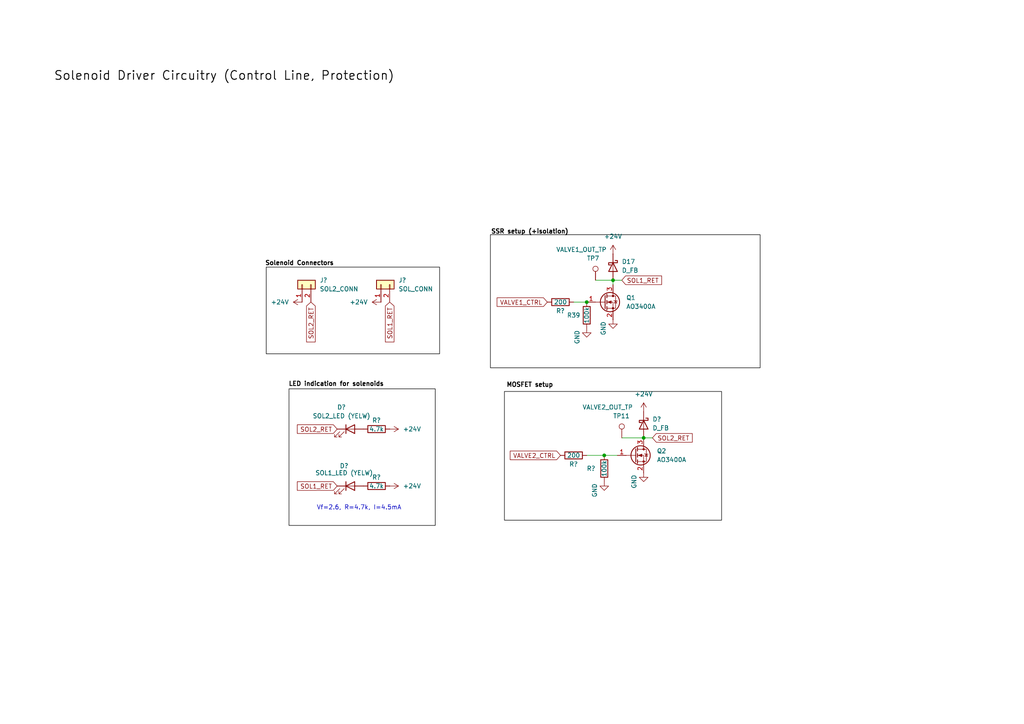
<source format=kicad_sch>
(kicad_sch (version 20231120) (generator "eeschema") (generator_version "8.0")
  (paper "A4")
  (title_block (title "ULC Board Solenoid Driver Circuitry") (rev "A") (company "Queen's Rocket Engineering Team") (comment 1 "Jeevan Sanchez"))
  (lib_symbols
    (symbol "Connector:TestPoint" (pin_numbers hide) (pin_names (offset 0.762) hide)
      (property "Reference" "TP" (at 0 6.858 0))
      (property "Value" "TestPoint" (at 0 5.08 0))
      (symbol "TestPoint_0_1"
        (circle (center 0 3.302) (radius 0.762))
      )
      (symbol "TestPoint_1_1"
        (pin passive line (at 0 0 90) (length 2.54) (name "1") (number "1"))
      )
    )
    (symbol "Connector_Generic:Conn_01x02" (pin_names (offset 1.016) hide)
      (property "Reference" "J" (at 0 2.54 0))
      (property "Value" "Conn_01x02" (at 0 -5.08 0))
      (symbol "Conn_01x02_1_1"
        (rectangle (start -1.27 -2.413) (end 0 -2.667) (stroke (width 0.1524)))
        (rectangle (start -1.27 0.127) (end 0 -0.127) (stroke (width 0.1524)))
        (rectangle (start -1.27 1.27) (end 1.27 -3.81) (stroke (width 0.254)) (fill (type background)))
        (pin passive line (at -5.08 0 0) (length 3.81) (name "Pin_1") (number "1"))
        (pin passive line (at -5.08 -2.54 0) (length 3.81) (name "Pin_2") (number "2"))
      )
    )
    (symbol "Device:D_Schottky" (pin_numbers hide) (pin_names (offset 1.016) hide)
      (property "Reference" "D" (at 0 2.54 0))
      (property "Value" "D_Schottky" (at 0 -2.54 0))
      (symbol "D_Schottky_0_1"
        (polyline (pts (xy 1.27 0) (xy -1.27 0)))
        (polyline (pts (xy 1.27 1.27) (xy 1.27 -1.27) (xy -1.27 0) (xy 1.27 1.27)) (stroke (width 0.254)))
        (polyline (pts (xy -1.905 0.635) (xy -1.905 1.27) (xy -1.27 1.27) (xy -1.27 -1.27) (xy -0.635 -1.27) (xy -0.635 -0.635)) (stroke (width 0.254)))
      )
      (symbol "D_Schottky_1_1"
        (pin passive line (at -3.81 0 0) (length 2.54) (name "K") (number "1"))
        (pin passive line (at 3.81 0 180) (length 2.54) (name "A") (number "2"))
      )
    )
    (symbol "Device:LED" (pin_numbers hide) (pin_names (offset 1.016) hide)
      (property "Reference" "D" (at 0 2.54 0))
      (property "Value" "LED" (at 0 -2.54 0))
      (symbol "LED_0_1"
        (polyline (pts (xy -1.27 -1.27) (xy -1.27 1.27)) (stroke (width 0.254)))
        (polyline (pts (xy -1.27 0) (xy 1.27 0)))
        (polyline (pts (xy 1.27 -1.27) (xy 1.27 1.27) (xy -1.27 0) (xy 1.27 -1.27)) (stroke (width 0.254)))
        (polyline (pts (xy -3.048 -0.762) (xy -4.572 -2.286) (xy -3.81 -2.286) (xy -4.572 -2.286) (xy -4.572 -1.524)))
        (polyline (pts (xy -1.778 -0.762) (xy -3.302 -2.286) (xy -2.54 -2.286) (xy -3.302 -2.286) (xy -3.302 -1.524)))
      )
      (symbol "LED_1_1"
        (pin passive line (at -3.81 0 0) (length 2.54) (name "K") (number "1"))
        (pin passive line (at 3.81 0 180) (length 2.54) (name "A") (number "2"))
      )
    )
    (symbol "Device:R" (pin_numbers hide) (pin_names (offset 0))
      (property "Reference" "R" (at 2.032 0 90))
      (property "Value" "R" (at 0 0 90))
      (symbol "R_0_1"
        (rectangle (start -1.016 -2.54) (end 1.016 2.54) (stroke (width 0.254)))
      )
      (symbol "R_1_1"
        (pin passive line (at 0 3.81 270) (length 1.27) (name "~") (number "1"))
        (pin passive line (at 0 -3.81 90) (length 1.27) (name "~") (number "2"))
      )
    )
    (symbol "Transistor_FET:AO3400A" (pin_names hide)
      (property "Reference" "Q" (at 5.08 1.905 0))
      (property "Value" "AO3400A" (at 5.08 0 0))
      (symbol "AO3400A_0_1"
        (polyline (pts (xy 0.254 0) (xy -2.54 0)))
        (polyline (pts (xy 0.254 1.905) (xy 0.254 -1.905)) (stroke (width 0.254)))
        (polyline (pts (xy 0.762 -1.27) (xy 0.762 -2.286)) (stroke (width 0.254)))
        (polyline (pts (xy 0.762 0.508) (xy 0.762 -0.508)) (stroke (width 0.254)))
        (polyline (pts (xy 0.762 2.286) (xy 0.762 1.27)) (stroke (width 0.254)))
        (polyline (pts (xy 2.54 2.54) (xy 2.54 1.778)))
        (polyline (pts (xy 2.54 -2.54) (xy 2.54 0) (xy 0.762 0)))
        (polyline (pts (xy 0.762 -1.778) (xy 3.302 -1.778) (xy 3.302 1.778) (xy 0.762 1.778)))
        (polyline (pts (xy 1.016 0) (xy 2.032 0.381) (xy 2.032 -0.381) (xy 1.016 0)) (fill (type outline)))
        (polyline (pts (xy 2.794 0.508) (xy 2.921 0.381) (xy 3.683 0.381) (xy 3.81 0.254)))
        (polyline (pts (xy 3.302 0.381) (xy 2.921 -0.254) (xy 3.683 -0.254) (xy 3.302 0.381)))
        (circle (center 1.651 0) (radius 2.794) (stroke (width 0.254)))
        (circle (center 2.54 -1.778) (radius 0.254) (fill (type outline)))
        (circle (center 2.54 1.778) (radius 0.254) (fill (type outline)))
      )
      (symbol "AO3400A_1_1"
        (pin input line (at -5.08 0 0) (length 2.54) (name "G") (number "1"))
        (pin passive line (at 2.54 -5.08 90) (length 2.54) (name "S") (number "2"))
        (pin passive line (at 2.54 5.08 270) (length 2.54) (name "D") (number "3"))
      )
    )
    (symbol "power:+24V" (power) (pin_numbers hide) (pin_names (offset 0) hide)
      (property "Value" "+24V" (at 0 3.556 0))
      (symbol "+24V_0_1"
        (polyline (pts (xy -0.762 1.27) (xy 0 2.54)))
        (polyline (pts (xy 0 0) (xy 0 2.54)))
        (polyline (pts (xy 0 2.54) (xy 0.762 1.27)))
      )
      (symbol "+24V_1_1"
        (pin power_in line (at 0 0 90) (length 0) (name "~") (number "1"))
      )
    )
    (symbol "power:GND" (power) (pin_numbers hide) (pin_names (offset 0) hide)
      (property "Value" "GND" (at 0 -3.81 0))
      (symbol "GND_0_1"
        (polyline (pts (xy 0 0) (xy 0 -1.27) (xy 1.27 -1.27) (xy 0 -2.54) (xy -1.27 -1.27) (xy 0 -1.27)))
      )
      (symbol "GND_1_1"
        (pin power_in line (at 0 0 270) (length 0) (name "~") (number "1"))
      )
    )
  )
  (junction (at 170.18 87.63))
  (junction (at 175.26 132.08))
  (junction (at 186.69 127))
  (junction (at 177.8 81.28))
  (wire (pts (xy 172.72 81.28) (xy 177.8 81.28)))
  (wire (pts (xy 189.23 127) (xy 186.69 127)))
  (wire (pts (xy 177.8 81.28) (xy 177.8 82.55)))
  (wire (pts (xy 170.18 132.08) (xy 175.26 132.08)))
  (wire (pts (xy 180.34 127) (xy 186.69 127)))
  (wire (pts (xy 166.37 87.63) (xy 170.18 87.63)))
  (wire (pts (xy 177.8 81.28) (xy 180.34 81.28)))
  (wire (pts (xy 175.26 132.08) (xy 179.07 132.08)))
  (rectangle (start 83.82 112.776) (end 126.238 152.4) (stroke (width 0) (color 0 0 0 1)))
  (rectangle (start 146.304 113.538) (end 209.296 150.876) (stroke (width 0) (color 0 0 0 1)))
  (rectangle (start 142.24 68.072) (end 220.472 106.68) (stroke (width 0) (color 0 0 0 1)))
  (rectangle (start 77.216 77.47) (end 127.508 102.616) (stroke (width 0) (color 0 0 0 1)))
  (text "Solenoid Driver Circuitry (Control Line, Protection)\n" (at 65.024 22.098 0) (effects (font (size 2.54 2.54) (thickness 0.254) (bold yes))))
  (text "Solenoid Connectors\n" (at 86.868 76.454 0) (effects (font (size 1.27 1.27) (thickness 0.254) (bold yes))))
  (text "MOSFET setup" (at 153.67 111.76 0) (effects (font (size 1.27 1.27) (thickness 0.254) (bold yes))))
  (text "SSR setup (+isolation)" (at 153.67 67.31 0) (effects (font (size 1.27 1.27) (thickness 0.254) (bold yes))))
  (text "LED indication for solenoids\n" (at 97.536 111.506 0) (effects (font (size 1.27 1.27) (thickness 0.254) (bold yes))))
  (text "Vf=2.6, R=4.7k, I=4.5mA" (at 104.14 147.32 0) (effects (font (size 1.27 1.27))))
  (global_label "SOL1_RET" (shape input) (at 180.34 81.28 0) (property "Intersheetrefs" "${INTERSHEET_REFS}" (effects (hide yes))))
  (global_label "VALVE1_CTRL" (shape input) (at 158.75 87.63 180) (property "Intersheetrefs" "${INTERSHEET_REFS}" (effects (hide yes))))
  (global_label "SOL1_RET" (shape input) (at 97.79 140.97 180) (property "Intersheetrefs" "${INTERSHEET_REFS}" (effects (hide yes))))
  (global_label "VALVE2_CTRL" (shape input) (at 162.56 132.08 180) (property "Intersheetrefs" "${INTERSHEET_REFS}" (effects (hide yes))))
  (global_label "SOL1_RET" (shape input) (at 113.03 87.63 270) (property "Intersheetrefs" "${INTERSHEET_REFS}" (effects (hide yes))))
  (global_label "SOL2_RET" (shape input) (at 90.17 87.63 270) (property "Intersheetrefs" "${INTERSHEET_REFS}" (effects (hide yes))))
  (global_label "SOL2_RET" (shape input) (at 189.23 127 0) (property "Intersheetrefs" "${INTERSHEET_REFS}" (effects (hide yes))))
  (global_label "SOL2_RET" (shape input) (at 97.79 124.46 180) (property "Intersheetrefs" "${INTERSHEET_REFS}" (effects (hide yes))))
  (symbol (lib_id "Device:LED") (at 101.6 124.46 0) (unit 1)
    (property "Reference" "D?" (at 99.06 118.11 0))
    (property "Value" "SOL2_LED (YELW)" (at 99.06 120.65 0))
    (property "Footprint" "Resistor_SMD:R_0603_1608Metric" (effects (hide yes)))
    (property "Description" "Light emitting diode" (effects (hide yes)))
    (property "LCSC" "C2290" (effects (hide yes)))
  )
  (symbol (lib_id "power:GND") (at 186.69 137.16 0) (unit 1)
    (property "Reference" "#PWR?" (effects (hide yes)))
    (property "Value" "GND" (at 183.896 139.7 90))
    (property "Description" "Power symbol creates a global label with name \"GND\" , ground" (effects (hide yes)))
  )
  (symbol (lib_id "Device:R") (at 162.56 87.63 270) (unit 1)
    (property "Reference" "R?" (at 162.56 90.17 90))
    (property "Value" "200" (at 162.56 87.63 90))
    (property "Footprint" "Resistor_SMD:R_0603_1608Metric" (effects (hide yes)))
    (property "Description" "Current Limiting Resistor" (effects (hide yes)))
    (property "LCSC" "C8218" (effects (hide yes)))
  )
  (symbol (lib_id "Device:R") (at 170.18 91.44 180) (unit 1)
    (property "Reference" "R39" (at 166.37 91.44 0))
    (property "Value" "100k" (at 170.18 91.44 90))
    (property "Footprint" "Resistor_SMD:R_0603_1608Metric" (effects (hide yes)))
    (property "Description" "Gate Pulldown Resistor" (effects (hide yes)))
    (property "LCSC" "C25803" (effects (hide yes)))
  )
  (symbol (lib_id "power:GND") (at 170.18 95.25 0) (unit 1)
    (property "Reference" "#PWR60" (effects (hide yes)))
    (property "Value" "GND" (at 167.386 97.79 90))
    (property "Description" "Power symbol creates a global label with name \"GND\" , ground" (effects (hide yes)))
  )
  (symbol (lib_id "Transistor_FET:AO3400A") (at 184.15 132.08 0) (unit 1)
    (property "Reference" "Q2" (at 190.5 130.8099 0) (effects (justify left)))
    (property "Value" "AO3400A" (at 190.5 133.3499 0) (effects (justify left)))
    (property "Footprint" "Package_TO_SOT_SMD:SOT-23" (effects (hide yes)))
    (property "Datasheet" "http://www.aosmd.com/pdfs/datasheet/AO3400A.pdf" (effects (hide yes)))
    (property "Description" "30V Vds, 5.7A Id, N-Channel MOSFET, SOT-23" (effects (hide yes)))
    (property "LCSC" "C20917" (effects (hide yes)))
  )
  (symbol (lib_id "Device:D_Schottky") (at 177.8 77.47 270) (unit 1)
    (property "Reference" "D17" (at 180.34 75.8824 90) (effects (justify left)))
    (property "Value" "D_FB" (at 180.34 78.4224 90) (effects (justify left)))
    (property "Footprint" "Diode_SMD:D_SOD-323" (effects (hide yes)))
    (property "Datasheet" "https://jlcpcb.com/api/file/downloadByFileSystemAccessId/8586172667489079296" (effects (hide yes)))
    (property "Description" "Schottky diode for flyback" (effects (hide yes)))
    (property "LCSC" "C8678" (effects (hide yes)))
  )
  (symbol (lib_id "power:+24V") (at 177.8 73.66 0) (unit 1)
    (property "Reference" "#PWR?" (effects (hide yes)))
    (property "Value" "+24V" (at 177.8 68.58 0))
    (property "Description" "Power symbol creates a global label with name \"+24V\"" (effects (hide yes)))
  )
  (symbol (lib_id "Connector:TestPoint") (at 180.34 127 0) (unit 1)
    (property "Reference" "TP11" (at 177.8 120.65 0) (effects (justify left)))
    (property "Value" "VALVE2_OUT_TP" (at 168.91 118.11 0) (effects (justify left)))
    (property "Footprint" "TestPoint:TestPoint_Pad_D1.0mm" (effects (hide yes)))
    (property "Description" "test point" (effects (hide yes)))
  )
  (symbol (lib_id "power:+24V") (at 113.03 124.46 270) (unit 1)
    (property "Reference" "#PWR?" (effects (hide yes)))
    (property "Value" "+24V" (at 116.84 124.4601 90) (effects (justify left)))
    (property "Description" "Power symbol creates a global label with name \"+24V\"" (effects (hide yes)))
  )
  (symbol (lib_id "Device:D_Schottky") (at 186.69 123.19 270) (unit 1)
    (property "Reference" "D?" (at 189.23 121.6024 90) (effects (justify left)))
    (property "Value" "D_FB" (at 189.23 124.1424 90) (effects (justify left)))
    (property "Footprint" "Diode_SMD:D_SOD-323" (effects (hide yes)))
    (property "Datasheet" "https://jlcpcb.com/api/file/downloadByFileSystemAccessId/8586172667489079296" (effects (hide yes)))
    (property "Description" "Schottky diode for flyback" (effects (hide yes)))
    (property "LCSC" "C8678" (effects (hide yes)))
  )
  (symbol (lib_id "Device:R") (at 109.22 140.97 90) (unit 1)
    (property "Reference" "R?" (at 109.22 138.43 90))
    (property "Value" "4.7k" (at 109.22 140.97 90))
    (property "Footprint" "Resistor_SMD:R_1206_3216Metric_Pad1.30x1.75mm_HandSolder" (effects (hide yes)))
    (property "Description" "Current Limiting Resistor" (effects (hide yes)))
    (property "Digikey" "311-4.70KFRCT-ND" (effects (hide yes)))
  )
  (symbol (lib_id "power:GND") (at 175.26 139.7 0) (unit 1)
    (property "Reference" "#PWR?" (effects (hide yes)))
    (property "Value" "GND" (at 172.466 142.24 90))
    (property "Description" "Power symbol creates a global label with name \"GND\" , ground" (effects (hide yes)))
  )
  (symbol (lib_id "power:+24V") (at 113.03 140.97 270) (unit 1)
    (property "Reference" "#PWR?" (effects (hide yes)))
    (property "Value" "+24V" (at 116.84 140.9701 90) (effects (justify left)))
    (property "Description" "Power symbol creates a global label with name \"+24V\"" (effects (hide yes)))
  )
  (symbol (lib_id "Device:R") (at 175.26 135.89 180) (unit 1)
    (property "Reference" "R?" (at 171.45 135.89 0))
    (property "Value" "100k" (at 175.26 135.89 90))
    (property "Footprint" "Resistor_SMD:R_0603_1608Metric" (effects (hide yes)))
    (property "Description" "Gate Pulldown Resistor" (effects (hide yes)))
    (property "LCSC" "C25803" (effects (hide yes)))
  )
  (symbol (lib_id "power:+24V") (at 87.63 87.63 90) (unit 1)
    (property "Reference" "#PWR?" (effects (hide yes)))
    (property "Value" "+24V" (at 83.82 87.6299 90) (effects (justify left)))
    (property "Description" "Power symbol creates a global label with name \"+24V\"" (effects (hide yes)))
  )
  (symbol (lib_id "power:GND") (at 177.8 92.71 0) (unit 1)
    (property "Reference" "#PWR?" (effects (hide yes)))
    (property "Value" "GND" (at 175.006 95.25 90))
    (property "Description" "Power symbol creates a global label with name \"GND\" , ground" (effects (hide yes)))
  )
  (symbol (lib_id "Device:R") (at 166.37 132.08 270) (unit 1)
    (property "Reference" "R?" (at 166.37 134.62 90))
    (property "Value" "200" (at 166.37 132.08 90))
    (property "Footprint" "Resistor_SMD:R_0603_1608Metric" (effects (hide yes)))
    (property "Description" "Current Limiting Resistor" (effects (hide yes)))
    (property "LCSC" "C8218" (effects (hide yes)))
  )
  (symbol (lib_id "Connector:TestPoint") (at 172.72 81.28 0) (unit 1)
    (property "Reference" "TP7" (at 170.18 74.93 0) (effects (justify left)))
    (property "Value" "VALVE1_OUT_TP" (at 161.29 72.39 0) (effects (justify left)))
    (property "Footprint" "TestPoint:TestPoint_Pad_D1.0mm" (effects (hide yes)))
    (property "Description" "test point" (effects (hide yes)))
  )
  (symbol (lib_id "Device:R") (at 109.22 124.46 90) (unit 1)
    (property "Reference" "R?" (at 109.22 121.92 90))
    (property "Value" "4.7k" (at 109.22 124.46 90))
    (property "Footprint" "Resistor_SMD:R_1206_3216Metric_Pad1.30x1.75mm_HandSolder" (effects (hide yes)))
    (property "Description" "Current Limiting Resistor" (effects (hide yes)))
    (property "Digikey" "311-4.70KFRCT-ND" (effects (hide yes)))
  )
  (symbol (lib_id "Device:LED") (at 101.6 140.97 0) (unit 1)
    (property "Reference" "D?" (at 99.822 135.128 0))
    (property "Value" "SOL1_LED (YELW)" (at 99.822 137.16 0))
    (property "Footprint" "Resistor_SMD:R_0603_1608Metric" (effects (hide yes)))
    (property "Description" "Light emitting diode" (effects (hide yes)))
    (property "LCSC" "C2290" (effects (hide yes)))
  )
  (symbol (lib_id "Connector_Generic:Conn_01x02") (at 110.49 82.55 90) (unit 1)
    (property "Reference" "J?" (at 115.57 81.2799 90) (effects (justify right)))
    (property "Value" "SOL_CONN" (at 115.57 83.8199 90) (effects (justify right)))
    (property "Footprint" "CONNS:CONN02_530470260_MOL" (effects (hide yes)))
    (property "Description" "Solenoid Connection" (effects (hide yes)))
    (property "Digikey" "900-0530470260-ND" (effects (hide yes)))
  )
  (symbol (lib_id "power:+24V") (at 186.69 119.38 0) (unit 1)
    (property "Reference" "#PWR?" (effects (hide yes)))
    (property "Value" "+24V" (at 186.69 114.3 0))
    (property "Description" "Power symbol creates a global label with name \"+24V\"" (effects (hide yes)))
  )
  (symbol (lib_id "Connector_Generic:Conn_01x02") (at 87.63 82.55 90) (unit 1)
    (property "Reference" "J?" (at 92.71 81.2799 90) (effects (justify right)))
    (property "Value" "SOL2_CONN" (at 92.71 83.8199 90) (effects (justify right)))
    (property "Footprint" "CONNS:CONN02_530470260_MOL" (effects (hide yes)))
    (property "Description" "Solenoid Connection" (effects (hide yes)))
    (property "Digikey" "900-0530470260-ND" (effects (hide yes)))
  )
  (symbol (lib_id "Transistor_FET:AO3400A") (at 175.26 87.63 0) (unit 1)
    (property "Reference" "Q1" (at 181.61 86.3599 0) (effects (justify left)))
    (property "Value" "AO3400A" (at 181.61 88.8999 0) (effects (justify left)))
    (property "Footprint" "Package_TO_SOT_SMD:SOT-23" (effects (hide yes)))
    (property "Datasheet" "http://www.aosmd.com/pdfs/datasheet/AO3400A.pdf" (effects (hide yes)))
    (property "Description" "30V Vds, 5.7A Id, N-Channel MOSFET, SOT-23" (effects (hide yes)))
    (property "LCSC" "C20917" (effects (hide yes)))
  )
  (symbol (lib_id "power:+24V") (at 110.49 87.63 90) (unit 1)
    (property "Reference" "#PWR?" (effects (hide yes)))
    (property "Value" "+24V" (at 106.68 87.6299 90) (effects (justify left)))
    (property "Description" "Power symbol creates a global label with name \"+24V\"" (effects (hide yes)))
  )
)
</source>
